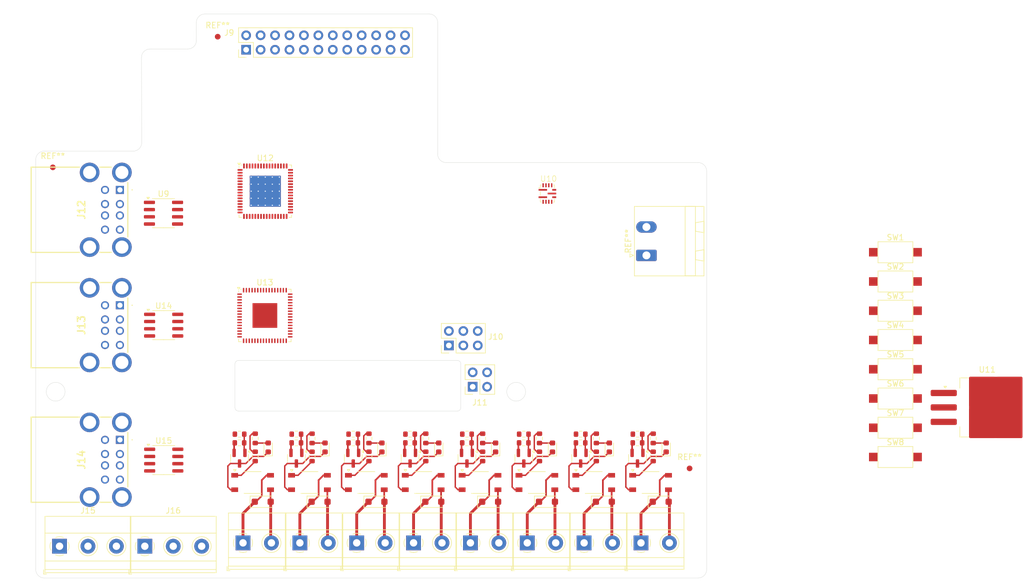
<source format=kicad_pcb>
(kicad_pcb (version 20240108) (generator "pcbnew") (generator_version "8.0")
  (layers (0 "F.Cu" signal) (1 "In1.Cu" signal) (2 "In2.Cu" signal) (31 "B.Cu" signal) (34 "B.Paste" user) (35 "F.Paste" user) (36 "B.SilkS" user "B.Silkscreen") (37 "F.SilkS" user "F.Silkscreen") (38 "B.Mask" user) (39 "F.Mask" user) (44 "Edge.Cuts" user))
  (net 0 "")
  (net 1 "/D1")
  (net 2 "/D5")
  (net 3 "/D4")
  (net 4 "/D21")
  (net 5 "Net-(D1-K)")
  (net 6 "/D22")
  (net 7 "/D20")
  (net 8 "Net-(D1-A)")
  (net 9 "/D11")
  (net 10 "/D7")
  (net 11 "/D6")
  (net 12 "/D23")
  (net 13 "/D8")
  (net 14 "/D10")
  (net 15 "/D2")
  (net 16 "/D9")
  (net 17 "/D3")
  (net 18 "/D13")
  (net 19 "/D18")
  (net 20 "/D19")
  (net 21 "/D12")
  (net 22 "/D0")
  (net 23 "Net-(D3-K)")
  (net 24 "Net-(D3-A)")
  (net 25 "Net-(D6-A1)")
  (net 26 "Net-(D6-A2)")
  (net 27 "Net-(D8-A1)")
  (net 28 "Net-(D8-A2)")
  (net 29 "Net-(D9-A)")
  (net 30 "Net-(D9-K)")
  (net 31 "Net-(D11-A)")
  (net 32 "Net-(D11-K)")
  (net 33 "Net-(D14-A1)")
  (net 34 "Net-(D14-A2)")
  (net 35 "Net-(D16-A2)")
  (net 36 "Net-(D16-A1)")
  (net 37 "GND")
  (net 38 "+5V")
  (net 39 "/SCK")
  (net 40 "/MISO")
  (net 41 "/MOSI")
  (net 42 "/RESET")
  (net 43 "Net-(Q1-B)")
  (net 44 "Net-(Q2-B)")
  (net 45 "Net-(Q3-B)")
  (net 46 "Net-(Q4-B)")
  (net 47 "Net-(Q5-B)")
  (net 48 "Net-(Q6-B)")
  (net 49 "Net-(Q7-B)")
  (net 50 "Net-(Q8-B)")
  (net 51 "Net-(R1-Pad1)")
  (net 52 "/OUT1")
  (net 53 "Net-(R5-Pad1)")
  (net 54 "/OUT2")
  (net 55 "/OUT3")
  (net 56 "/OUT4")
  (net 57 "Net-(R17-Pad1)")
  (net 58 "Net-(R21-Pad1)")
  (net 59 "/OUT5")
  (net 60 "/OUT6")
  (net 61 "/OUT7")
  (net 62 "/OUT8")
  (net 63 "Net-(D2-A2)")
  (net 64 "Net-(D2-A1)")
  (net 65 "Net-(D4-A1)")
  (net 66 "Net-(D4-A2)")
  (net 67 "Net-(D5-A)")
  (net 68 "Net-(D5-K)")
  (net 69 "Net-(D7-K)")
  (net 70 "Net-(D7-A)")
  (net 71 "Net-(D10-A1)")
  (net 72 "Net-(D10-A2)")
  (net 73 "Net-(D12-A2)")
  (net 74 "Net-(D12-A1)")
  (net 75 "Net-(D13-K)")
  (net 76 "Net-(D13-A)")
  (net 77 "Net-(D15-K)")
  (net 78 "Net-(D15-A)")
  (net 79 "Net-(R9-Pad1)")
  (net 80 "Net-(R13-Pad1)")
  (net 81 "Net-(R25-Pad1)")
  (net 82 "Net-(R29-Pad1)")
  (net 83 "/VBUS1")
  (net 84 "/D1-")
  (net 85 "/D2+")
  (net 86 "/D2-")
  (net 87 "/VBUS2")
  (net 88 "/D1+")
  (footprint "Resistor_SMD:R_0603_1608Metric" (layer "F.Cu") (at 98.6 94.715 90)
    (property "Reference" "R6" (hide yes))
    (property "Value" "4k7")
  )
  (footprint "Diode_SMD:D_SOD-123F" (layer "F.Cu") (at 129.920001 105.87)
    (property "Reference" "D10" (hide yes))
    (property "Value" "SMF48CA")
  )
  (footprint "TerminalBlock_Phoenix:TerminalBlock_Phoenix_MKDS-1,5-2_1x02_P5.00mm_Horizontal" (layer "F.Cu") (at 156.45 113.11)
    (property "Reference" "J8" (hide yes))
    (property "Value" "Screw_Terminal_01x02")
  )
  (footprint "TerminalBlock_Phoenix:TerminalBlock_Phoenix_MKDS-1,5-2_1x02_P5.00mm_Horizontal" (layer "F.Cu") (at 96.45 113.11)
    (property "Reference" "J2" (hide yes))
    (property "Value" "Screw_Terminal_01x02")
  )
  (footprint "Package_SO:SOIC-8_3.9x4.9mm_P1.27mm" (layer "F.Cu") (at 72.465 55.075)
    (property "Reference" "U9")
    (property "Value" "MIC2026-1xM")
  )
  (footprint "LED_SMD:LED_0603_1608Metric" (layer "F.Cu") (at 160.88 96.31 90)
    (property "Reference" "D15" (hide yes))
    (property "Value" "LED")
  )
  (footprint "Resistor_SMD:R_0603_1608Metric" (layer "F.Cu") (at 148.6 94.715 90)
    (property "Reference" "R26" (hide yes))
    (property "Value" "4k7")
  )
  (footprint "LED_SMD:LED_0603_1608Metric" (layer "F.Cu") (at 100.88 96.31 90)
    (property "Reference" "D3" (hide yes))
    (property "Value" "LED")
  )
  (footprint "TerminalBlock_Phoenix:TerminalBlock_Phoenix_MKDS-1,5-2_1x02_P5.00mm_Horizontal" (layer "F.Cu") (at 146.45 113.11)
    (property "Reference" "J7" (hide yes))
    (property "Value" "Screw_Terminal_01x02")
  )
  (footprint "Package_SO:MFSOP6-4_4.4x3.6mm_P1.27mm" (layer "F.Cu") (at 88.14 102.48)
    (property "Reference" "U1" (hide yes))
    (property "Value" "TLP175A")
  )
  (footprint "Resistor_SMD:R_0603_1608Metric" (layer "F.Cu") (at 105.845 93.97)
    (property "Reference" "R11" (hide yes))
    (property "Value" "4k7")
  )
  (footprint "Fiducial:Fiducial_1mm_Mask2mm" (layer "F.Cu") (at 165 100)
    (property "Reference" "REF**")
    (property "Value" "Fiducial_1mm_Mask2mm")
  )
  (footprint "Button_Switch_SMD:SW_SPST_CK_RS282G05A3" (layer "F.Cu") (at 201.205 61.945)
    (property "Reference" "SW1")
    (property "Value" "SW_SPST")
  )
  (footprint "Resistor_SMD:R_0603_1608Metric" (layer "F.Cu") (at 118.6 94.715 90)
    (property "Reference" "R14" (hide yes))
    (property "Value" "4k7")
  )
  (footprint "Resistor_SMD:R_0603_1608Metric" (layer "F.Cu") (at 135.845 93.97)
    (property "Reference" "R23" (hide yes))
    (property "Value" "4k7")
  )
  (footprint "Resistor_SMD:R_0603_1608Metric" (layer "F.Cu") (at 95.845 93.97)
    (property "Reference" "R7" (hide yes))
    (property "Value" "4k7")
  )
  (footprint "Resistor_SMD:R_0603_1608Metric" (layer "F.Cu") (at 85.830001 95.499999 180)
    (property "Reference" "R4" (hide yes))
    (property "Value" "10k")
  )
  (footprint "TerminalBlock_Phoenix:TerminalBlock_Phoenix_MKDS-1,5-3_1x03_P5.00mm_Horizontal" (layer "F.Cu") (at 54.18 113.7)
    (property "Reference" "J15")
    (property "Value" "Screw_Terminal_01x03")
  )
  (footprint "Resistor_SMD:R_0603_1608Metric" (layer "F.Cu") (at 158.6 94.715 90)
    (property "Reference" "R30" (hide yes))
    (property "Value" "4k7")
  )
  (footprint "Resistor_SMD:R_0603_1608Metric" (layer "F.Cu") (at 125.830001 95.499999 180)
    (property "Reference" "R20" (hide yes))
    (property "Value" "10k")
  )
  (footprint "Resistor_SMD:R_0603_1608Metric" (layer "F.Cu") (at 108.6 94.715 90)
    (property "Reference" "R10" (hide yes))
    (property "Value" "4k7")
  )
  (footprint "Package_TO_SOT_SMD:SOT-23" (layer "F.Cu") (at 105.84 98.202499 -90)
    (property "Reference" "Q3" (hide yes))
    (property "Value" "BC817")
  )
  (footprint "Resistor_SMD:R_0603_1608Metric" (layer "F.Cu") (at 148.6 97.89 90)
    (property "Reference" "R25" (hide yes))
    (property "Value" "1k")
  )
  (footprint "TerminalBlock_Phoenix:TerminalBlock_Phoenix_MKDS-1,5-2_1x02_P5.00mm_Horizontal" (layer "F.Cu") (at 116.45 113.11)
    (property "Reference" "J4" (hide yes))
    (property "Value" "Screw_Terminal_01x02")
  )
  (footprint "Package_SO:SOIC-8_3.9x4.9mm_P1.27mm" (layer "F.Cu") (at 72.51 98.535)
    (property "Reference" "U15")
    (property "Value" "MIC2026-1xM")
  )
  (footprint "Diode_SMD:D_SOD-123F" (layer "F.Cu") (at 149.920001 105.87)
    (property "Reference" "D14" (hide yes))
    (property "Value" "SMF48CA")
  )
  (footprint "Resistor_SMD:R_0603_1608Metric" (layer "F.Cu") (at 125.845 93.97)
    (property "Reference" "R19" (hide yes))
    (property "Value" "4k7")
  )
  (footprint "Diode_SMD:D_SOD-123F" (layer "F.Cu") (at 139.920001 105.87)
    (property "Reference" "D12" (hide yes))
    (property "Value" "SMF48CA")
  )
  (footprint "Package_SO:MFSOP6-4_4.4x3.6mm_P1.27mm" (layer "F.Cu") (at 158.14 102.48)
    (property "Reference" "U8" (hide yes))
    (property "Value" "TLP175A")
  )
  (footprint "SamacSys_Parts:USB1035GFP0BB" (layer "F.Cu") (at 64.8 94.97 -90)
    (property "Reference" "J14")
    (property "Value" "USB1035-GF-P-0-B-B" (hide yes))
  )
  (footprint "Resistor_SMD:R_0603_1608Metric" (layer "F.Cu") (at 95.830001 95.499999 180)
    (property "Reference" "R8" (hide yes))
    (property "Value" "10k")
  )
  (footprint "Button_Switch_SMD:SW_SPST_CK_RS282G05A3" (layer "F.Cu") (at 201.205 82.545)
    (property "Reference" "SW5")
    (property "Value" "SW_SPST")
  )
  (footprint "TerminalBlock_Phoenix:TerminalBlock_Phoenix_MKDS-1,5-2_1x02_P5.00mm_Horizontal" (layer "F.Cu") (at 136.45 113.11)
    (property "Reference" "J6" (hide yes))
    (property "Value" "Screw_Terminal_01x02")
  )
  (footprint "Connector_PinHeader_2.54mm:PinHeader_2x12_P2.54mm_Vertical" (layer "F.Cu") (at 87.005 26.297 90)
    (property "Reference" "J9")
    (property "Value" "GPIO_header")
  )
  (footprint "Package_TO_SOT_SMD:SOT-23" (layer "F.Cu") (at 155.84 98.202499 -90)
    (property "Reference" "Q8" (hide yes))
    (property "Value" "BC817")
  )
  (footprint "Resistor_SMD:R_0603_1608Metric" (layer "F.Cu") (at 108.6 97.89 90)
    (property "Reference" "R9" (hide yes))
    (property "Value" "1k")
  )
  (footprint "Package_TO_SOT_SMD:SOT-23" (layer "F.Cu") (at 145.84 98.202499 -90)
    (property "Reference" "Q7" (hide yes))
    (property "Value" "BC817")
  )
  (footprint "Package_TO_SOT_SMD:SOT-23" (layer "F.Cu") (at 135.84 98.202499 -90)
    (property "Reference" "Q6" (hide yes))
    (property "Value" "BC817")
  )
  (footprint "LED_SMD:LED_0603_1608Metric" (layer "F.Cu") (at 130.88 96.31 90)
    (property "Reference" "D9" (hide yes))
    (property "Value" "LED")
  )
  (footprint "Resistor_SMD:R_0603_1608Metric" (layer "F.Cu") (at 155.830001 95.499999 180)
    (property "Reference" "R32" (hide yes))
    (property "Value" "10k")
  )
  (footprint "Package_TO_SOT_SMD:SOT-23" (layer "F.Cu") (at 125.84 98.202499 -90)
    (property "Reference" "Q5" (hide yes))
    (property "Value" "BC817")
  )
  (footprint "HK:QFN-13_HK" (layer "F.Cu") (at 139.99 51.61)
    (property "Reference" "U10")
    (property "Value" "MP2491C")
  )
  (footprint "Resistor_SMD:R_0603_1608Metric" (layer "F.Cu") (at 145.830001 95.499999 180)
    (property "Reference" "R28" (hide yes))
    (property "Value" "10k")
  )
  (footprint "Button_Switch_SMD:SW_SPST_CK_RS282G05A3" (layer "F.Cu") (at 201.205 67.095)
    (property "Reference" "SW2")
    (property "Value" "SW_SPST")
  )
  (footprint "SamacSys_Parts:USB1035GFP0BB" (layer "F.Cu") (at 64.8 71.28 -90)
    (property "Reference" "J13")
    (property "Value" "USB1035-GF-P-0-B-B" (hide yes))
  )
  (footprint "Package_TO_SOT_SMD:SOT-23" (layer "F.Cu") (at 115.84 98.202499 -90)
    (property "Reference" "Q4" (hide yes))
    (property "Value" "BC817")
  )
  (footprint "Resistor_SMD:R_0603_1608Metric" (layer "F.Cu") (at 128.6 97.89 90)
    (property "Reference" "R17" (hide yes))
    (property "Value" "1k")
  )
  (footprint "TerminalBlock_Phoenix:TerminalBlock_Phoenix_MKDS-1,5-3_1x03_P5.00mm_Horizontal" (layer "F.Cu") (at 69.18 113.7)
    (property "Reference" "J16")
    (property "Value" "Screw_Terminal_01x03")
  )
  (footprint "Package_DFN_QFN:QFN-64-1EP_9x9mm_P0.5mm_EP5.45x5.45mm_ThermalVias" (layer "F.Cu") (at 90.37 51.2025)
    (property "Reference" "U12")
    (property "Value" "USB2517I-JZX")
  )
  (footprint "Resistor_SMD:R_0603_1608Metric" (layer "F.Cu") (at 88.6 94.715 90)
    (property "Reference" "R2" (hide yes))
    (property "Value" "4k7")
  )
  (footprint "Fiducial:Fiducial_1mm_Mask2mm" (layer "F.Cu") (at 53 47)
    (property "Reference" "REF**")
    (property "Value" "Fiducial_1mm_Mask2mm")
  )
  (footprint "LED_SMD:LED_0603_1608Metric" (layer "F.Cu") (at 110.88 96.31 90)
    (property "Reference" "D5" (hide yes))
    (property "Value" "LED")
  )
  (footprint "Resistor_SMD:R_0603_1608Metric" (layer "F.Cu") (at 98.6 97.89 90)
    (property "Reference" "R5" (hide yes))
    (property "Value" "1k")
  )
  (footprint "Package_SO:MFSOP6-4_4.4x3.6mm_P1.27mm" (layer "F.Cu") (at 98.14 102.48)
    (property "Reference" "U2" (hide yes))
    (property "Value" "TLP175A")
  )
  (footprint "Resistor_SMD:R_0603_1608Metric" (layer "F.Cu") (at 138.6 94.715 90)
    (property "Reference" "R22" (hide yes))
    (property "Value" "4k7")
  )
  (footprint "TerminalBlock_Phoenix:TerminalBlock_Phoenix_MKDS-1,5-2_1x02_P5.00mm_Horizontal" (layer "F.Cu") (at 126.45 113.11)
    (property "Reference" "J5" (hide yes))
    (property "Value" "Screw_Terminal_01x02")
  )
  (footprint "LED_SMD:LED_0603_1608Metric" (layer "F.Cu") (at 140.88 96.31 90)
    (property "Reference" "D11" (hide yes))
    (property "Value" "LED")
  )
  (footprint "Diode_SMD:D_SOD-123F" (layer "F.Cu") (at 119.920001 105.87)
    (property "Reference" "D8" (hide yes))
    (property "Value" "SMF48CA")
  )
  (footprint "Package_SO:MFSOP6-4_4.4x3.6mm_P1.27mm" (layer "F.Cu") (at 138.14 102.48)
    (property "Reference" "U6" (hide yes))
    (property "Value" "TLP175A")
  )
  (footprint "Package_SO:SOIC-8_3.9x4.9mm_P1.27mm" (layer "F.Cu") (at 72.5 74.78)
    (property "Reference" "U14")
    (property "Value" "MIC2026-1xM")
  )
  (footprint "Diode_SMD:D_SOD-123F" (layer "F.Cu") (at 109.920001 105.87)
    (property "Reference" "D6" (hide yes))
    (property "Value" "SMF48CA")
  )
  (footprint "Button_Switch_SMD:SW_SPST_CK_RS282G05A3" (layer "F.Cu") (at 201.205 87.695)
    (property "Reference" "SW6")
    (property "Value" "SW_SPST")
  )
  (footprint "Diode_SMD:D_SOD-123F" (layer "F.Cu") (at 159.920001 105.87)
    (property "Reference" "D16" (hide yes))
    (property "Value" "SMF48CA")
  )
  (footprint "Package_TO_SOT_SMD:TO-263-3_TabPin2" (layer "F.Cu") (at 217.355 89.265)
    (property "Reference" "U11")
    (property "Value" "LT1086-3.3")
  )
  (footprint "Resistor_SMD:R_0603_1608Metric" (layer "F.Cu") (at 155.845 93.97)
    (property "Reference" "R31" (hide yes))
    (property "Value" "4k7")
  )
  (footprint "Resistor_SMD:R_0603_1608Metric" (layer "F.Cu") (at 118.6 97.89 90)
    (property "Reference" "R13" (hide yes))
    (property "Value" "1k")
  )
  (footprint "Resistor_SMD:R_0603_1608Metric" (layer "F.Cu") (at 145.845 93.97)
    (property "Reference" "R27" (hide yes))
    (property "Value" "4k7")
  )
  (footprint "Diode_SMD:D_SOD-123F" (layer "F.Cu") (at 99.920001 105.87)
    (property "Reference" "D4" (hide yes))
    (property "Value" "SMF48CA")
  )
  (footprint "SamacSys_Parts:USB1035GFP0BB" (layer "F.Cu") (at 64.8 50.97 -90)
    (property "Reference" "J12")
    (property "Value" "USB1035-GF-P-0-B-B" (hide yes))
  )
  (footprint "Package_SO:MFSOP6-4_4.4x3.6mm_P1.27mm" (layer "F.Cu") (at 108.14 102.48)
    (property "Reference" "U3" (hide yes))
    (property "Value" "TLP175A")
  )
  (footprint "Package_TO_SOT_SMD:SOT-23" (layer "F.Cu") (at 95.84 98.202499 -90)
    (property "Reference" "Q2" (hide yes))
    (property "Value" "BC817")
  )
  (footprint "Connector_PinSocket_2.54mm:PinSocket_2x02_P2.54mm_Vertical" (layer "F.Cu") (at 126.849996 85.629995 180)
    (property "Reference" "J11")
    (property "Value" "Power_socket")
  )
  (footprint "Button_Switch_SMD:SW_SPST_CK_RS282G05A3" (layer "F.Cu") (at 201.205 72.245)
    (property "Reference" "SW3")
    (property "Value" "SW_SPST")
  )
  (footprint "Resistor_SMD:R_0603_1608Metric" (layer "F.Cu") (at 158.6 97.89 90)
    (property "Reference" "R29" (hide yes))
    (property "Value" "1k")
  )
  (footprint "Package_SO:MFSOP6-4_4.4x3.6mm_P1.27mm" (layer "F.Cu") (at 118.14 102.48)
    (property "Reference" "U4" (hide yes))
    (property "Value" "TLP175A")
  )
  (footprint "Resistor_SMD:R_0603_1608Metric" (layer "F.Cu") (at 105.830001 95.499999 180)
    (property "Reference" "R12" (hide yes))
    (property "Value" "10k")
  )
  (footprint "Package_SO:MFSOP6-4_4.4x3.6mm_P1.27mm" (layer "F.Cu") (at 148.14 102.48)
    (property "Reference" "U7" (hide yes))
    (property "Value" "TLP175A")
  )
  (footprint "LED_SMD:LED_0603_1608Metric" (layer "F.Cu") (at 90.88 96.31 90)
    (property "Reference" "D1" (hide yes))
    (property "Value" "LED")
  )
  (footprint "Resistor_SMD:R_0603_1608Metric" (layer "F.Cu") (at 138.6 97.89 90)
    (property "Reference" "R21" (hide yes))
    (property "Value" "1k")
  )
  (footprint "Resistor_SMD:R_0603_1608Metric" (layer "F.Cu") (at 135.830001 95.499999 180)
    (property "Reference" "R24" (hide yes))
    (property "Value" "10k")
  )
  (footprint "Package_SO:MFSOP6-4_4.4x3.6mm_P1.27mm" (layer "F.Cu") (at 128.14 102.48)
    (property "Reference" "U5" (hide yes))
    (property "Value" "TLP175A")
  )
  (footprint "Package_TO_SOT_SMD:SOT-23" (layer "F.Cu") (at 85.84 98.202499 -90)
    (property "Reference" "Q1" (hide yes))
    (property "Value" "BC817")
  )
  (footprint "TerminalBlock_Phoenix:TerminalBlock_Phoenix_MKDS-1,5-2_1x02_P5.00mm_Horizontal" (layer "F.Cu") (at 86.45 113.11)
    (property "Reference" "J1" (hide yes))
    (property "Value" "Screw_Terminal_01x02")
  )
  (footprint "LED_SMD:LED_0603_1608Metric" (layer "F.Cu") (at 120.88 96.31 90)
    (property "Reference" "D7" (hide yes))
    (property "Value" "LED")
  )
  (footprint "Resistor_SMD:R_0603_1608Metric" (layer "F.Cu") (at 88.6 97.89 90)
    (property "Reference" "R1" (hide yes))
    (property "Value" "1k")
  )
  (footprint "Package_DFN_QFN:QFN-64-1EP_9x9mm_P0.5mm_EP4.35x4.35mm" (layer "F.Cu") (at 90.3 73.08)
    (property "Reference" "U13")
    (property "Value" "FT2232HQ")
  )
  (footprint "Connector_PinHeader_2.54mm:PinHeader_2x03_P2.54mm_Vertical" (layer "F.Cu") (at 122.661 78.356 90)
    (property "Reference" "J10")
    (property "Value" "SPI_header")
  )
  (footprint "Resistor_SMD:R_0603_1608Metric" (layer "F.Cu") (at 115.845 93.97)
    (property "Reference" "R15" (hide yes))
    (property "Value" "4k7")
  )
  (footprint "Resistor_SMD:R_0603_1608Metric" (layer "F.Cu") (at 128.6 94.715 90)
    (property "Reference" "R18" (hide yes))
    (property "Value" "4k7")
  )
  (footprint "LED_SMD:LED_0603_1608Metric" (layer "F.Cu") (at 150.88 96.31 90)
    (property "Reference" "D13" (hide yes))
    (property "Value" "LED")
  )
  (footprint "Button_Switch_SMD:SW_SPST_CK_RS282G05A3" (layer "F.Cu") (at 201.205 97.995)
    (property "Reference" "SW8")
    (property "Value" "SW_SPST")
  )
  (footprint "Resistor_SMD:R_0603_1608Metric" (layer "F.Cu") (at 85.845 93.97)
    (property "Reference" "R3" (hide yes))
    (property "Value" "4k7")
  )
  (footprint "Fiducial:Fiducial_1mm_Mask2mm" (layer "F.Cu") (at 82 24)
    (property "Reference" "REF**")
    (property "Value" "Fiducial_1mm_Mask2mm")
  )
  (footprint "Button_Switch_SMD:SW_SPST_CK_RS282G05A3" (layer "F.Cu") (at 201.205 92.845)
    (property "Reference" "SW7")
    (property "Value" "SW_SPST")
  )
  (footprint "Button_Switch_SMD:SW_SPST_CK_RS282G05A3" (layer "F.Cu") (at 201.205 77.395)
    (property "Reference" "SW4")
    (property "Value" "SW_SPST")
  )
  (footprint "Resistor_SMD:R_0603_1608Metric" (layer "F.Cu") (at 115.830001 95.499999 180)
    (property "Reference" "R16" (hide yes))
    (property "Value" "10k")
  )
  (footprint "Connector_Phoenix_MSTB:PhoenixContact_MSTBA_2,5_2-G_1x02_P5.00mm_Horizontal" (layer "F.Cu") (at 157.4125 62.5 90)
    (property "Reference" "REF**")
    (property "Value" "PhoenixContact_MSTBA_2,5_2-G_1x02_P5.00mm_Horizontal")
  )
  (footprint "TerminalBlock_Phoenix:TerminalBlock_Phoenix_MKDS-1,5-2_1x02_P5.00mm_Horizontal" (layer "F.Cu") (at 106.45 113.11)
    (property "Reference" "J3" (hide yes))
    (property "Value" "Screw_Terminal_01x02")
  )
  (footprint "Diode_SMD:D_SOD-123F" (layer "F.Cu") (at 89.920001 105.87)
    (property "Reference" "D2" (hide yes))
    (property "Value" "SMF48CA")
  )
  (gr_curve (pts (xy 124.125002 80.982534) (xy 124.295394 80.982534) (xy 124.458806 81.050222) (xy 124.579291 81.170707)) (stroke (width 0.05)) (layer "Edge.Cuts"))
  (gr_line (start 124.767464 81.624996) (end 124.767464 89.274996) (stroke (width 0.05)) (layer "Edge.Cuts"))
  (gr_curve (pts (xy 167.999973 117.794783) (xy 167.999973 118.62321) (xy 167.3284 119.294783) (xy 166.499973 119.294784)) (stroke (width 0.05)) (layer "Edge.Cuts"))
  (gr_curve (pts (xy 120.688496 21.499985) (xy 120.714147 29.195404) (xy 120.692616 36.967429) (xy 120.689896 44.663068)) (stroke (width 0.05)) (layer "Edge.Cuts"))
  (gr_curve (pts (xy 132.85 86.499995) (xy 132.85 85.588795) (xy 133.5887 84.849995) (xy 134.5 84.849995)) (stroke (width 0.05)) (layer "Edge.Cuts"))
  (gr_curve (pts (xy 85.220704 81.170707) (xy 85.341189 81.050222) (xy 85.504601 80.982534) (xy 85.674993 80.982534)) (stroke (width 0.05)) (layer "Edge.Cuts"))
  (gr_curve (pts (xy 124.579291 89.729285) (xy 124.458806 89.84977) (xy 124.295394 89.917458) (xy 124.125002 89.917458)) (stroke (width 0.05)) (layer "Edge.Cuts"))
  (gr_curve (pts (xy 69.029393 26.607383) (xy 69.310123 26.325974) (xy 69.691281 26.167824) (xy 70.088772 26.167824)) (stroke (width 0.05)) (layer "Edge.Cuts"))
  (gr_curve (pts (xy 136.15 86.499995) (xy 136.15 87.411295) (xy 135.4113 88.149995) (xy 134.5 88.149995)) (stroke (width 0.05)) (layer "Edge.Cuts"))
  (gr_line (start 166.499973 119.294784) (end 51.500003 119.294865) (stroke (width 0.05)) (layer "Edge.Cuts"))
  (gr_line (start 85.674993 80.982534) (end 124.125002 80.982534) (stroke (width 0.05)) (layer "Edge.Cuts"))
  (gr_line (start 167.999973 47.66295) (end 167.999973 117.794783) (stroke (width 0.05)) (layer "Edge.Cuts"))
  (gr_curve (pts (xy 53.5 84.849995) (xy 54.4113 84.849995) (xy 55.15 85.588795) (xy 55.15 86.499995)) (stroke (width 0.05)) (layer "Edge.Cuts"))
  (gr_line (start 85.032531 89.274996) (end 85.032531 81.624996) (stroke (width 0.05)) (layer "Edge.Cuts"))
  (gr_curve (pts (xy 120.689896 44.663068) (xy 120.689596 45.491476) (xy 121.361194 46.163032) (xy 122.189621 46.16303)) (stroke (width 0.05)) (layer "Edge.Cuts"))
  (gr_curve (pts (xy 68.592395 27.66782) (xy 68.591435 27.27033) (xy 68.748664 26.888791) (xy 69.029393 26.607383)) (stroke (width 0.05)) (layer "Edge.Cuts"))
  (gr_curve (pts (xy 119.182876 19.999996) (xy 120.011303 19.999996) (xy 120.685734 20.671563) (xy 120.688496 21.499985)) (stroke (width 0.05)) (layer "Edge.Cuts"))
  (gr_curve (pts (xy 76.746064 26.167824) (xy 77.57473 26.167824) (xy 78.246726 25.496491) (xy 78.247543 24.667825)) (stroke (width 0.05)) (layer "Edge.Cuts"))
  (gr_line (start 124.125002 89.917458) (end 85.674993 89.917458) (stroke (width 0.05)) (layer "Edge.Cuts"))
  (gr_curve (pts (xy 134.5 84.849995) (xy 135.4113 84.849995) (xy 136.15 85.588795) (xy 136.15 86.499995)) (stroke (width 0.05)) (layer "Edge.Cuts"))
  (gr_curve (pts (xy 50 45.638829) (xy 50 45.241064) (xy 50.158056 44.8596) (xy 50.439379 44.578398)) (stroke (width 0.05)) (layer "Edge.Cuts"))
  (gr_curve (pts (xy 68.191535 43.707101) (xy 68.472283 43.425796) (xy 68.629533 43.044324) (xy 68.628573 42.646893)) (stroke (width 0.05)) (layer "Edge.Cuts"))
  (gr_curve (pts (xy 124.767464 89.274996) (xy 124.767464 89.445387) (xy 124.699776 89.6088) (xy 124.579291 89.729285)) (stroke (width 0.05)) (layer "Edge.Cuts"))
  (gr_curve (pts (xy 134.5 88.149995) (xy 133.5887 88.149995) (xy 132.85 87.411295) (xy 132.85 86.499995)) (stroke (width 0.05)) (layer "Edge.Cuts"))
  (gr_line (start 79.752142 19.999996) (end 119.182876 19.999996) (stroke (width 0.05)) (layer "Edge.Cuts"))
  (gr_curve (pts (xy 50.439379 44.578398) (xy 50.720702 44.297197) (xy 51.102235 44.139306) (xy 51.5 44.139478)) (stroke (width 0.05)) (layer "Edge.Cuts"))
  (gr_line (start 122.189621 46.16303) (end 166.499973 46.162953) (stroke (width 0.05)) (layer "Edge.Cuts"))
  (gr_curve (pts (xy 167.560633 46.602291) (xy 167.841938 46.883595) (xy 167.999973 47.265126) (xy 167.999973 47.66295)) (stroke (width 0.05)) (layer "Edge.Cuts"))
  (gr_line (start 68.628573 42.646893) (end 68.592395 27.66782) (stroke (width 0.05)) (layer "Edge.Cuts"))
  (gr_curve (pts (xy 50.439343 118.855526) (xy 50.158038 118.574221) (xy 50.000003 118.192691) (xy 50.000003 117.794866)) (stroke (width 0.05)) (layer "Edge.Cuts"))
  (gr_curve (pts (xy 51.85 86.499995) (xy 51.85 85.588795) (xy 52.5887 84.849995) (xy 53.5 84.849995)) (stroke (width 0.05)) (layer "Edge.Cuts"))
  (gr_curve (pts (xy 78.250663 21.499995) (xy 78.25148 20.671329) (xy 78.923476 19.999996) (xy 79.752142 19.999996)) (stroke (width 0.05)) (layer "Edge.Cuts"))
  (gr_curve (pts (xy 124.579291 81.170707) (xy 124.699776 81.291192) (xy 124.767464 81.454604) (xy 124.767464 81.624996)) (stroke (width 0.05)) (layer "Edge.Cuts"))
  (gr_curve (pts (xy 53.5 88.149995) (xy 52.5887 88.149995) (xy 51.85 87.411295) (xy 51.85 86.499995)) (stroke (width 0.05)) (layer "Edge.Cuts"))
  (gr_curve (pts (xy 85.032531 81.624996) (xy 85.032531 81.454604) (xy 85.100219 81.291192) (xy 85.220704 81.170707)) (stroke (width 0.05)) (layer "Edge.Cuts"))
  (gr_curve (pts (xy 166.499973 46.162953) (xy 166.897797 46.162952) (xy 167.279328 46.320987) (xy 167.560633 46.602291)) (stroke (width 0.05)) (layer "Edge.Cuts"))
  (gr_line (start 70.088772 26.167824) (end 76.746064 26.167824) (stroke (width 0.05)) (layer "Edge.Cuts"))
  (gr_line (start 78.247543 24.667825) (end 78.250663 21.499995) (stroke (width 0.05)) (layer "Edge.Cuts"))
  (gr_line (start 50 117.794866) (end 50 45.638829) (stroke (width 0.05)) (layer "Edge.Cuts"))
  (gr_curve (pts (xy 67.132196 44.14624) (xy 67.529627 44.146412) (xy 67.910787 43.988406) (xy 68.191535 43.707101)) (stroke (width 0.05)) (layer "Edge.Cuts"))
  (gr_curve (pts (xy 51.500003 119.294865) (xy 51.102178 119.294865) (xy 50.720647 119.13683) (xy 50.439343 118.855526)) (stroke (width 0.05)) (layer "Edge.Cuts"))
  (gr_curve (pts (xy 85.220704 89.729285) (xy 85.100219 89.6088) (xy 85.032531 89.445387) (xy 85.032531 89.274996)) (stroke (width 0.05)) (layer "Edge.Cuts"))
  (gr_curve (pts (xy 85.674993 89.917458) (xy 85.504601 89.917458) (xy 85.341189 89.84977) (xy 85.220704 89.729285)) (stroke (width 0.05)) (layer "Edge.Cuts"))
  (gr_curve (pts (xy 55.15 86.499995) (xy 55.15 87.411295) (xy 54.4113 88.149995) (xy 53.5 88.149995)) (stroke (width 0.05)) (layer "Edge.Cuts"))
  (gr_line (start 51.5 44.139478) (end 67.132196 44.14624) (stroke (width 0.05)) (layer "Edge.Cuts"))
  (segment (start 83.79 103.28) (end 84.26 103.75) (width 0.25) (layer "F.Cu") (net 5))
  (segment (start 84.26 103.75) (end 84.99 103.75) (width 0.25) (layer "F.Cu") (net 5))
  (segment (start 85.84 99.14) (end 86.951996 99.14) (width 0.25) (layer "F.Cu") (net 5))
  (segment (start 85.84 99.14) (end 84.23 99.14) (width 0.25) (layer "F.Cu") (net 5))
  (segment (start 88.201996 97.89) (end 90.087501 97.89) (width 0.25) (layer "F.Cu") (net 5))
  (segment (start 83.79 99.58) (end 83.79 103.28) (width 0.25) (layer "F.Cu") (net 5))
  (segment (start 90.087501 97.89) (end 90.88 97.097501) (width 0.25) (layer "F.Cu") (net 5))
  (segment (start 86.951996 99.14) (end 88.201996 97.89) (width 0.25) (layer "F.Cu") (net 5))
  (segment (start 84.23 99.14) (end 83.79 99.58) (width 0.25) (layer "F.Cu") (net 5))
  (segment (start 88.6 95.54) (end 90.862499 95.54) (width 0.25) (layer "F.Cu") (net 8))
  (segment (start 90.862499 95.54) (end 90.88 95.522499) (width 0.25) (layer "F.Cu") (net 8))
  (segment (start 95.84 99.14) (end 96.951996 99.14) (width 0.25) (layer "F.Cu") (net 23))
  (segment (start 98.201996 97.89) (end 100.087501 97.89) (width 0.25) (layer "F.Cu") (net 23))
  (segment (start 93.79 103.28) (end 94.26 103.75) (width 0.25) (layer "F.Cu") (net 23))
  (segment (start 95.84 99.14) (end 94.23 99.14) (width 0.25) (layer "F.Cu") (net 23))
  (segment (start 96.951996 99.14) (end 98.201996 97.89) (width 0.25) (layer "F.Cu") (net 23))
  (segment (start 93.79 99.58) (end 93.79 103.28) (width 0.25) (layer "F.Cu") (net 23))
  (segment (start 94.26 103.75) (end 94.99 103.75) (width 0.25) (layer "F.Cu") (net 23))
  (segment (start 100.087501 97.89) (end 100.88 97.097501) (width 0.25) (layer "F.Cu") (net 23))
  (segment (start 94.23 99.14) (end 93.79 99.58) (width 0.25) (layer "F.Cu") (net 23))
  (segment (start 100.862499 95.54) (end 100.88 95.522499) (width 0.25) (layer "F.Cu") (net 24))
  (segment (start 98.6 95.54) (end 100.862499 95.54) (width 0.25) (layer "F.Cu") (net 24))
  (segment (start 108.71 105.87) (end 109.75 104.83) (width 0.3) (layer "F.Cu") (net 25))
  (segment (start 106.45 107.940002) (end 108.520002 105.87) (width 0.5) (layer "F.Cu") (net 25))
  (segment (start 109.75 104.83) (end 109.75 102.07) (width 0.3) (layer "F.Cu") (net 25))
  (segment (start 109.75 102.07) (end 110.61 101.21) (width 0.3) (layer "F.Cu") (net 25))
  (segment (start 110.61 101.21) (end 111.29 101.21) (width 0.3) (layer "F.Cu") (net 25))
  (segment (start 106.45 113.11) (end 106.45 107.940002) (width 0.5) (layer "F.Cu") (net 25))
  (segment (start 108.520002 105.87) (end 108.71 105.87) (width 0.3) (layer "F.Cu") (net 25))
  (segment (start 111.32 112.98) (end 111.45 113.11) (width 0.5) (layer "F.Cu") (net 26))
  (segment (start 111.29 105.84) (end 111.32 105.87) (width 0.3) (layer "F.Cu") (net 26))
  (segment (start 111.32 105.87) (end 111.32 112.98) (width 0.5) (layer "F.Cu") (net 26))
  (segment (start 111.29 103.75) (end 111.29 105.84) (width 0.3) (layer "F.Cu") (net 26))
  (segment (start 119.75 104.83) (end 119.75 102.07) (width 0.3) (layer "F.Cu") (net 27))
  (segment (start 118.520002 105.87) (end 118.71 105.87) (width 0.3) (layer "F.Cu") (net 27))
  (segment (start 116.45 113.11) (end 116.45 107.940002) (width 0.5) (layer "F.Cu") (net 27))
  (segment (start 118.71 105.87) (end 119.75 104.83) (width 0.3) (layer "F.Cu") (net 27))
  (segment (start 120.61 101.21) (end 121.29 101.21) (width 0.3) (layer "F.Cu") (net 27))
  (segment (start 119.75 102.07) (end 120.61 101.21) (width 0.3) (layer "F.Cu") (net 27))
  (segment (start 116.45 107.940002) (end 118.520002 105.87) (width 0.5) (layer "F.Cu") (net 27))
  (segment (start 121.32 105.87) (end 121.32 112.98) (width 0.5) (layer "F.Cu") (net 28))
  (segment (start 121.32 112.98) (end 121.45 113.11) (width 0.5) (layer "F.Cu") (net 28))
  (segment (start 121.29 103.75) (end 121.29 105.84) (width 0.3) (layer "F.Cu") (net 28))
  (segment (start 121.29 105.84) (end 121.32 105.87) (width 0.3) (layer "F.Cu") (net 28))
  (segment (start 128.6 95.54) (end 130.862499 95.54) (width 0.25) (layer "F.Cu") (net 29))
  (segment (start 130.862499 95.54) (end 130.88 95.522499) (width 0.25) (layer "F.Cu") (net 29))
  (segment (start 123.79 103.28) (end 124.26 103.75) (width 0.25) (layer "F.Cu") (net 30))
  (segment (start 123.79 99.58) (end 123.79 103.28) (width 0.25) (layer "F.Cu") (net 30))
  (segment (start 124.26 103.75) (end 124.99 103.75) (width 0.25) (layer "F.Cu") (net 30))
  (segment (start 125.84 99.14) (end 126.951996 99.14) (width 0.25) (layer "F.Cu") (net 30))
  (segment (start 125.84 99.14) (end 124.23 99.14) (width 0.25) (layer "F.Cu") (net 30))
  (segment (start 124.23 99.14) (end 123.79 99.58) (width 0.25) (layer "F.Cu") (net 30))
  (segment (start 126.951996 99.14) (end 128.201996 97.89) (width 0.25) (layer "F.Cu") (net 30))
  (segment (start 128.201996 97.89) (end 130.087501 97.89) (width 0.25) (layer "F.Cu") (net 30))
  (segment (start 130.087501 97.89) (end 130.88 97.097501) (width 0.25) (layer "F.Cu") (net 30))
  (segment (start 140.862499 95.54) (end 140.88 95.522499) (width 0.25) (layer "F.Cu") (net 31))
  (segment (start 138.6 95.54) (end 140.862499 95.54) (width 0.25) (layer "F.Cu") (net 31))
  (segment (start 140.087501 97.89) (end 140.88 97.097501) (width 0.25) (layer "F.Cu") (net 32))
  (segment (start 138.201996 97.89) (end 140.087501 97.89) (width 0.25) (layer "F.Cu") (net 32))
  (segment (start 135.84 99.14) (end 134.23 99.14) (width 0.25) (layer "F.Cu") (net 32))
  (segment (start 135.84 99.14) (end 136.951996 99.14) (width 0.25) (layer "F.Cu") (net 32))
  (segment (start 134.26 103.75) (end 134.99 103.75) (width 0.25) (layer "F.Cu") (net 32))
  (segment (start 134.23 99.14) (end 133.79 99.58) (width 0.25) (layer "F.Cu") (net 32))
  (segment (start 133.79 99.58) (end 133.79 103.28) (width 0.25) (layer "F.Cu") (net 32))
  (segment (start 133.79 103.28) (end 134.26 103.75) (width 0.25) (layer "F.Cu") (net 32))
  (segment (start 136.951996 99.14) (end 138.201996 97.89) (width 0.25) (layer "F.Cu") (net 32))
  (segment (start 149.75 104.83) (end 149.75 102.07) (width 0.3) (layer "F.Cu") (net 33))
  (segment (start 148.520002 105.87) (end 148.71 105.87) (width 0.3) (layer "F.Cu") (net 33))
  (segment (start 146.45 107.940002) (end 148.520002 105.87) (width 0.5) (layer "F.Cu") (net 33))
  (segment (start 150.61 101.21) (end 151.29 101.21) (width 0.3) (layer "F.Cu") (net 33))
  (segment (start 149.75 102.07) (end 150.61 101.21) (width 0.3) (layer "F.Cu") (net 33))
  (segment (start 146.45 113.11) (end 146.45 107.940002) (width 0.5) (layer "F.Cu") (net 33))
  (segment (start 148.71 105.87) (end 149.75 104.83) (width 0.3) (layer "F.Cu") (net 33))
  (segment (start 151.32 112.98) (end 151.45 113.11) (width 0.5) (layer "F.Cu") (net 34))
  (segment (start 151.32 105.87) (end 151.32 112.98) (width 0.5) (layer "F.Cu") (net 34))
  (segment (start 151.29 103.75) (end 151.29 105.84) (width 0.3) (layer "F.Cu") (net 34))
  (segment (start 151.29 105.84) (end 151.32 105.87) (width 0.3) (layer "F.Cu") (net 34))
  (segment (start 161.45 113.11) (end 161.45 106) (width 0.5) (layer "F.Cu") (net 35))
  (segment (start 161.29 103.75) (end 161.29 105.84) (width 0.3) (layer "F.Cu") (net 35))
  (segment (start 161.45 106) (end 161.32 105.87) (width 0.5) (layer "F.Cu") (net 35))
  (segment (start 161.29 105.84) (end 161.32 105.87) (width 0.3) (layer "F.Cu") (net 35))
  (segment (start 156.45 113.11) (end 156.45 107.940002) (width 0.5) (layer "F.Cu") (net 36))
  (segment (start 160.61 101.21) (end 161.29 101.21) (width 0.3) (layer "F.Cu") (net 36))
  (segment (start 159.75 102.07) (end 160.61 101.21) (width 0.3) (layer "F.Cu") (net 36))
  (segment (start 158.71 105.87) (end 159.75 104.83) (width 0.3) (layer "F.Cu") (net 36))
  (segment (start 159.75 104.83) (end 159.75 102.07) (width 0.3) (layer "F.Cu") (net 36))
  (segment (start 158.520002 105.87) (end 158.71 105.87) (width 0.3) (layer "F.Cu") (net 36))
  (segment (start 156.45 107.940002) (end 158.520002 105.87) (width 0.5) (layer "F.Cu") (net 36))
  (segment (start 105.005001 95.499999) (end 104.89 95.615) (width 0.3) (layer "F.Cu") (net 37))
  (segment (start 145.005001 95.499999) (end 144.89 95.615) (width 0.3) (layer "F.Cu") (net 37))
  (segment (start 134.89 95.615) (end 134.89 97.264999) (width 0.3) (layer "F.Cu") (net 37))
  (segment (start 124.89 95.615) (end 124.89 97.264999) (width 0.3) (layer "F.Cu") (net 37))
  (segment (start 125.005001 95.499999) (end 124.89 95.615) (width 0.3) (layer "F.Cu") (net 37))
  (segment (start 135.005001 95.499999) (end 134.89 95.615) (width 0.3) (layer "F.Cu") (net 37))
  (segment (start 85.005001 95.499999) (end 84.89 95.615) (width 0.3) (layer "F.Cu") (net 37))
  (segment (start 155.005001 95.499999) (end 154.89 95.615) (width 0.3) (layer "F.Cu") (net 37))
  (segment (start 95.005001 95.499999) (end 94.89 95.615) (width 0.3) (layer "F.Cu") (net 37))
  (segment (start 94.89 95.615) (end 94.89 97.264999) (width 0.3) (layer "F.Cu") (net 37))
  (segment (start 84.89 95.615) (end 84.89 97.264999) (width 0.3) (layer "F.Cu") (net 37))
  (segment (start 104.89 95.615) (end 104.89 97.264999) (width 0.3) (layer "F.Cu") (net 37))
  (segment (start 115.005001 95.499999) (end 114.89 95.615) (width 0.3) (layer "F.Cu") (net 37))
  (segment (start 144.89 95.615) (end 144.89 97.264999) (width 0.3) (layer "F.Cu") (net 37))
  (segment (start 114.89 95.615) (end 114.89 97.264999) (width 0.3) (layer "F.Cu") (net 37))
  (segment (start 154.89 95.615) (end 154.89 97.264999) (width 0.3) (layer "F.Cu") (net 37))
  (segment (start 127.69 94.28) (end 127.69 96.62) (width 0.25) (layer "F.Cu") (net 38))
  (segment (start 88.08 93.89) (end 87.69 94.28) (width 0.25) (layer "F.Cu") (net 38))
  (segment (start 98.6 93.89) (end 98.08 93.89) (width 0.25) (layer "F.Cu") (net 38))
  (segment (start 137.69 96.62) (end 138.135 97.065) (width 0.25) (layer "F.Cu") (net 38))
  (segment (start 138.135 97.065) (end 138.6 97.065) (width 0.25) (layer "F.Cu") (net 38))
  (segment (start 128.135 97.065) (end 128.6 97.065) (width 0.25) (layer "F.Cu") (net 38))
  (segment (start 158.08 93.89) (end 157.69 94.28) (width 0.25) (layer "F.Cu") (net 38))
  (segment (start 117.69 96.62) (end 118.135 97.065) (width 0.25) (layer "F.Cu") (net 38))
  (segment (start 157.69 96.62) (end 158.135 97.065) (width 0.25) (layer "F.Cu") (net 38))
  (segment (start 87.69 96.62) (end 88.135 97.065) (width 0.25) (layer "F.Cu") (net 38))
  (segment (start 97.69 94.28) (end 97.69 96.62) (width 0.25) (layer "F.Cu") (net 38))
  (segment (start 108.6 93.89) (end 108.08 93.89) (width 0.25) (layer "F.Cu") (net 38))
  (segment (start 98.08 93.89) (end 97.69 94.28) (width 0.25) (layer "F.Cu") (net 38))
  (segment (start 118.6 93.89) (end 118.08 93.89) (width 0.25) (layer "F.Cu") (net 38))
  (segment (start 118.135 97.065) (end 118.6 97.065) (width 0.25) (layer "F.Cu") (net 38))
  (segment (start 107.69 96.62) (end 108.135 97.065) (width 0.25) (layer "F.Cu") (net 38))
  (segment (start 137.69 94.28) (end 137.69 96.62) (width 0.25) (layer "F.Cu") (net 38))
  (segment (start 107.69 94.28) (end 107.69 96.62) (width 0.25) (layer "F.Cu") (net 38))
  (segment (start 117.69 94.28) (end 117.69 96.62) (width 0.25) (layer "F.Cu") (net 38))
  (segment (start 138.6 93.89) (end 138.08 93.89) (width 0.25) (layer "F.Cu") (net 38))
  (segment (start 88.6 93.89) (end 88.08 93.89) (width 0.25) (layer "F.Cu") (net 38))
  (segment (start 158.135 97.065) (end 158.6 97.065) (width 0.25) (layer "F.Cu") (net 38))
  (segment (start 108.135 97.065) (end 108.6 97.065) (width 0.25) (layer "F.Cu") (net 38))
  (segment (start 147.69 96.62) (end 148.135 97.065) (width 0.25) (layer "F.Cu") (net 38))
  (segment (start 128.08 93.89) (end 127.69 94.28) (width 0.25) (layer "F.Cu") (net 38))
  (segment (start 148.6 93.89) (end 148.08 93.89) (width 0.25) (layer "F.Cu") (net 38))
  (segment (start 87.69 94.28) (end 87.69 96.62) (width 0.25) (layer "F.Cu") (net 38))
  (segment (start 108.08 93.89) (end 107.69 94.28) (width 0.25) (layer "F.Cu") (net 38))
  (segment (start 158.6 93.89) (end 158.08 93.89) (width 0.25) (layer "F.Cu") (net 38))
  (segment (start 118.08 93.89) (end 117.69 94.28) (width 0.25) (layer "F.Cu") (net 38))
  (segment (start 97.69 96.62) (end 98.135 97.065) (width 0.25) (layer "F.Cu") (net 38))
  (segment (start 148.135 97.065) (end 148.6 97.065) (width 0.25) (layer "F.Cu") (net 38))
  (segment (start 148.08 93.89) (end 147.69 94.28) (width 0.25) (layer "F.Cu") (net 38))
  (segment (start 127.69 96.62) (end 128.135 97.065) (width 0.25) (layer "F.Cu") (net 38))
  (segment (start 138.08 93.89) (end 137.69 94.28) (width 0.25) (layer "F.Cu") (net 38))
  (segment (start 157.69 94.28) (end 157.69 96.62) (width 0.25) (layer "F.Cu") (net 38))
  (segment (start 147.69 94.28) (end 147.69 96.62) (width 0.25) (layer "F.Cu") (net 38))
  (segment (start 128.6 93.89) (end 128.08 93.89) (width 0.25) (layer "F.Cu") (net 38))
  (segment (start 88.135 97.065) (end 88.6 97.065) (width 0.25) (layer "F.Cu") (net 38))
  (segment (start 98.135 97.065) (end 98.6 97.065) (width 0.25) (layer "F.Cu") (net 38))
  (segment (start 86.67 95.485) (end 86.655001 95.499999) (width 0.25) (layer "F.Cu") (net 43))
  (segment (start 86.79 97.264999) (end 86.655001 97.13) (width 0.25) (layer "F.Cu") (net 43))
  (segment (start 86.67 93.97) (end 86.67 95.485) (width 0.25) (layer "F.Cu") (net 43))
  (segment (start 86.655001 97.13) (end 86.655001 95.499999) (width 0.25) (layer "F.Cu") (net 43))
  (segment (start 96.67 93.97) (end 96.67 95.485) (width 0.25) (layer "F.Cu") (net 44))
  (segment (start 96.67 95.485) (end 96.655001 95.499999) (width 0.25) (layer "F.Cu") (net 44))
  (segment (start 96.655001 97.13) (end 96.655001 95.499999) (width 0.25) (layer "F.Cu") (net 44))
  (segment (start 96.79 97.264999) (end 96.655001 97.13) (width 0.25) (layer "F.Cu") (net 44))
  (segment (start 106.67 95.485) (end 106.655001 95.499999) (width 0.25) (layer "F.Cu") (net 45))
  (segment (start 106.79 97.264999) (end 106.655001 97.13) (width 0.25) (layer "F.Cu") (net 45))
  (segment (start 106.67 93.97) (end 106.67 95.485) (width 0.25) (layer "F.Cu") (net 45))
  (segment (start 106.655001 97.13) (end 106.655001 95.499999) (width 0.25) (layer "F.Cu") (net 45))
  (segment (start 116.67 93.97) (end 116.67 95.485) (width 0.25) (layer "F.Cu") (net 46))
  (segment (start 116.67 95.485) (end 116.655001 95.499999) (width 0.25) (layer "F.Cu") (net 46))
  (segment (start 116.655001 97.13) (end 116.655001 95.499999) (width 0.25) (layer "F.Cu") (net 46))
  (segment (start 116.79 97.264999) (end 116.655001 97.13) (width 0.25) (layer "F.Cu") (net 46))
  (segment (start 126.67 95.485) (end 126.655001 95.499999) (width 0.25) (layer "F.Cu") (net 47))
  (segment (start 126.655001 97.13) (end 126.655001 95.499999) (width 0.25) (layer "F.Cu") (net 47))
  (segment (start 126.79 97.264999) (end 126.655001 97.13) (width 0.25) (layer "F.Cu") (net 47))
  (segment (start 126.67 93.97) (end 126.67 95.485) (width 0.25) (layer "F.Cu") (net 47))
  (segment (start 136.655001 97.13) (end 136.655001 95.499999) (width 0.25) (layer "F.Cu") (net 48))
  (segment (start 136.67 95.485) (end 136.655001 95.499999) (width 0.25) (layer "F.Cu") (net 48))
  (segment (start 136.79 97.264999) (end 136.655001 97.13) (width 0.25) (layer "F.Cu") (net 48))
  (segment (start 136.67 93.97) (end 136.67 95.485) (width 0.25) (layer "F.Cu") (net 48))
  (segment (start 146.79 97.264999) (end 146.655001 97.13) (width 0.25) (layer "F.Cu") (net 49))
  (segment (start 146.655001 97.13) (end 146.655001 95.499999) (width 0.25) (layer "F.Cu") (net 49))
  (segment (start 146.67 95.485) (end 146.655001 95.499999) (width 0.25) (layer "F.Cu") (net 49))
  (segment (start 146.67 93.97) (end 146.67 95.485) (width 0.25) (layer "F.Cu") (net 49))
  (segment (start 156.655001 97.13) (end 156.655001 95.499999) (width 0.25) (layer "F.Cu") (net 50))
  (segment (start 156.67 93.97) (end 156.67 95.485) (width 0.25) (layer "F.Cu") (net 50))
  (segment (start 156.79 97.264999) (end 156.655001 97.13) (width 0.25) (layer "F.Cu") (net 50))
  (segment (start 156.67 95.485) (end 156.655001 95.499999) (width 0.25) (layer "F.Cu") (net 50))
  (segment (start 88.6 98.75) (end 86.14 101.21) (width 0.25) (layer "F.Cu") (net 51))
  (segment (start 88.6 98.715) (end 88.6 98.75) (width 0.25) (layer "F.Cu") (net 51))
  (segment (start 86.14 101.21) (end 84.99 101.21) (width 0.25) (layer "F.Cu") (net 51))
  (segment (start 96.14 101.21) (end 94.99 101.21) (width 0.25) (layer "F.Cu") (net 53))
  (segment (start 98.6 98.75) (end 96.14 101.21) (width 0.25) (layer "F.Cu") (net 53))
  (segment (start 98.6 98.715) (end 98.6 98.75) (width 0.25) (layer "F.Cu") (net 53))
  (segment (start 126.14 101.21) (end 124.99 101.21) (width 0.25) (layer "F.Cu") (net 57))
  (segment (start 128.6 98.75) (end 126.14 101.21) (width 0.25) (layer "F.Cu") (net 57))
  (segment (start 128.6 98.715) (end 128.6 98.75) (width 0.25) (layer "F.Cu") (net 57))
  (segment (start 136.14 101.21) (end 134.99 101.21) (width 0.25) (layer "F.Cu") (net 58))
  (segment (start 138.6 98.75) (end 136.14 101.21) (width 0.25) (layer "F.Cu") (net 58))
  (segment (start 138.6 98.715) (end 138.6 98.75) (width 0.25) (layer "F.Cu") (net 58))
  (segment (start 91.32 112.98) (end 91.45 113.11) (width 0.5) (layer "F.Cu") (net 63))
  (segment (start 91.32 105.87) (end 91.32 112.98) (width 0.5) (layer "F.Cu") (net 63))
  (segment (start 91.29 105.84) (end 91.32 105.87) (width 0.3) (layer "F.Cu") (net 63))
  (segment (start 91.29 103.75) (end 91.29 105.84) (width 0.3) (layer "F.Cu") (net 63))
  (segment (start 86.45 113.11) (end 86.45 107.940002) (width 0.5) (layer "F.Cu") (net 64))
  (segment (start 88.520002 105.87) (end 88.71 105.87) (width 0.3) (layer "F.Cu") (net 64))
  (segment (start 88.71 105.87) (end 89.75 104.83) (width 0.3) (layer "F.Cu") (net 64))
  (segment (start 89.75 102.07) (end 90.61 101.21) (width 0.3) (layer "F.Cu") (net 64))
  (segment (start 89.75 104.83) (end 89.75 102.07) (width 0.3) (layer "F.Cu") (net 64))
  (segment (start 90.61 101.21) (end 91.29 101.21) (width 0.3) (layer "F.Cu") (net 64))
  (segment (start 86.45 107.940002) (end 88.520002 105.87) (width 0.5) (layer "F.Cu") (net 64))
  (segment (start 100.61 101.21) (end 101.29 101.21) (width 0.3) (layer "F.Cu") (net 65))
  (segment (start 99.75 102.07) (end 100.61 101.21) (width 0.3) (layer "F.Cu") (net 65))
  (segment (start 96.45 113.11) (end 96.45 107.940002) (width 0.5) (layer "F.Cu") (net 65))
  (segment (start 98.520002 105.87) (end 98.71 105.87) (width 0.3) (layer "F.Cu") (net 65))
  (segment (start 99.75 104.83) (end 99.75 102.07) (width 0.3) (layer "F.Cu") (net 65))
  (segment (start 98.71 105.87) (end 99.75 104.83) (width 0.3) (layer "F.Cu") (net 65))
  (segment (start 96.45 107.940002) (end 98.520002 105.87) (width 0.5) (layer "F.Cu") (net 65))
  (segment (start 101.29 105.84) (end 101.32 105.87) (width 0.3) (layer "F.Cu") (net 66))
  (segment (start 101.32 112.98) (end 101.45 113.11) (width 0.5) (layer "F.Cu") (net 66))
  (segment (start 101.32 105.87) (end 101.32 112.98) (width 0.5) (layer "F.Cu") (net 66))
  (segment (start 101.29 103.75) (end 101.29 105.84) (width 0.3) (layer "F.Cu") (net 66))
  (segment (start 110.862499 95.54) (end 110.88 95.522499) (width 0.25) (layer "F.Cu") (net 67))
  (segment (start 108.6 95.54) (end 110.862499 95.54) (width 0.25) (layer "F.Cu") (net 67))
  (segment (start 104.26 103.75) (end 104.99 103.75) (width 0.25) (layer "F.Cu") (net 68))
  (segment (start 108.201996 97.89) (end 110.087501 97.89) (width 0.25) (layer "F.Cu") (net 68))
  (segment (start 104.23 99.14) (end 103.79 99.58) (width 0.25) (layer "F.Cu") (net 68))
  (segment (start 106.951996 99.14) (end 108.201996 97.89) (width 0.25) (layer "F.Cu") (net 68))
  (segment (start 110.087501 97.89) (end 110.88 97.097501) (width 0.25) (layer "F.Cu") (net 68))
  (segment (start 105.84 99.14) (end 106.951996 99.14) (width 0.25) (layer "F.Cu") (net 68))
  (segment (start 103.79 99.58) (end 103.79 103.28) (width 0.25) (layer "F.Cu") (net 68))
  (segment (start 105.84 99.14) (end 104.23 99.14) (width 0.25) (layer "F.Cu") (net 68))
  (segment (start 103.79 103.28) (end 104.26 103.75) (width 0.25) (layer "F.Cu") (net 68))
  (segment (start 116.951996 99.14) (end 118.201996 97.89) (width 0.25) (layer "F.Cu") (net 69))
  (segment (start 118.201996 97.89) (end 120.087501 97.89) (width 0.25) (layer "F.Cu") (net 69))
  (segment (start 115.84 99.14) (end 116.951996 99.14) (width 0.25) (layer "F.Cu") (net 69))
  (segment (start 113.79 103.28) (end 114.26 103.75) (width 0.25) (layer "F.Cu") (net 69))
  (segment (start 114.23 99.14) (end 113.79 99.58) (width 0.25) (layer "F.Cu") (net 69))
  (segment (start 114.26 103.75) (end 114.99 103.75) (width 0.25) (layer "F.Cu") (net 69))
  (segment (start 113.79 99.58) (end 113.79 103.28) (width 0.25) (layer "F.Cu") (net 69))
  (segment (start 115.84 99.14) (end 114.23 99.14) (width 0.25) (layer "F.Cu") (net 69))
  (segment (start 120.087501 97.89) (end 120.88 97.097501) (width 0.25) (layer "F.Cu") (net 69))
  (segment (start 120.862499 95.54) (end 120.88 95.522499) (width 0.25) (layer "F.Cu") (net 70))
  (segment (start 118.6 95.54) (end 120.862499 95.54) (width 0.25) (layer "F.Cu") (net 70))
  (segment (start 126.45 107.940002) (end 128.520002 105.87) (width 0.5) (layer "F.Cu") (net 71))
  (segment (start 128.520002 105.87) (end 128.71 105.87) (width 0.3) (layer "F.Cu") (net 71))
  (segment (start 129.75 104.83) (end 129.75 102.07) (width 0.3) (layer "F.Cu") (net 71))
  (segment (start 128.71 105.87) (end 129.75 104.83) (width 0.3) (layer "F.Cu") (net 71))
  (segment (start 126.45 113.11) (end 126.45 107.940002) (width 0.5) (layer "F.Cu") (net 71))
  (segment (start 129.75 102.07) (end 130.61 101.21) (width 0.3) (layer "F.Cu") (net 71))
  (segment (start 130.61 101.21) (end 131.29 101.21) (width 0.3) (layer "F.Cu") (net 71))
  (segment (start 131.29 103.75) (end 131.29 105.84) (width 0.3) (layer "F.Cu") (net 72))
  (segment (start 131.32 112.98) (end 131.45 113.11) (width 0.5) (layer "F.Cu") (net 72))
  (segment (start 131.32 105.87) (end 131.32 112.98) (width 0.5) (layer "F.Cu") (net 72))
  (segment (start 131.29 105.84) (end 131.32 105.87) (width 0.3) (layer "F.Cu") (net 72))
  (segment (start 141.29 105.84) (end 141.32 105.87) (width 0.3) (layer "F.Cu") (net 73))
  (segment (start 141.29 103.75) (end 141.29 105.84) (width 0.3) (layer "F.Cu") (net 73))
  (segment (start 141.32 112.98) (end 141.45 113.11) (width 0.5) (layer "F.Cu") (net 73))
  (segment (start 141.32 105.87) (end 141.32 112.98) (width 0.5) (layer "F.Cu") (net 73))
  (segment (start 136.45 107.940002) (end 138.520002 105.87) (width 0.5) (layer "F.Cu") (net 74))
  (segment (start 136.45 113.11) (end 136.45 107.940002) (width 0.5) (layer "F.Cu") (net 74))
  (segment (start 138.520002 105.87) (end 138.71 105.87) (width 0.3) (layer "F.Cu") (net 74))
  (segment (start 138.71 105.87) (end 139.75 104.83) (width 0.3) (layer "F.Cu") (net 74))
  (segment (start 139.75 102.07) (end 140.61 101.21) (width 0.3) (layer "F.Cu") (net 74))
  (segment (start 139.75 104.83) (end 139.75 102.07) (width 0.3) (layer "F.Cu") (net 74))
  (segment (start 140.61 101.21) (end 141.29 101.21) (width 0.3) (layer "F.Cu") (net 74))
  (segment (start 145.84 99.14) (end 144.23 99.14) (width 0.25) (layer "F.Cu") (net 75))
  (segment (start 145.84 99.14) (end 146.951996 99.14) (width 0.25) (layer "F.Cu") (net 75))
  (segment (start 144.26 103.75) (end 144.99 103.75) (width 0.25) (layer "F.Cu") (net 75))
  (segment (start 143.79 99.58) (end 143.79 103.28) (width 0.25) (layer "F.Cu") (net 75))
  (segment (start 146.951996 99.14) (end 148.201996 97.89) (width 0.25) (layer "F.Cu") (net 75))
  (segment (start 144.23 99.14) (end 143.79 99.58) (width 0.25) (layer "F.Cu") (net 75))
  (segment (start 148.201996 97.89) (end 150.087501 97.89) (width 0.25) (layer "F.Cu") (net 75))
  (segment (start 143.79 103.28) (end 144.26 103.75) (width 0.25) (layer "F.Cu") (net 75))
  (segment (start 150.087501 97.89) (end 150.88 97.097501) (width 0.25) (layer "F.Cu") (net 75))
  (segment (start 148.6 95.54) (end 150.862499 95.54) (width 0.25) (layer "F.Cu") (net 76))
  (segment (start 150.862499 95.54) (end 150.88 95.522499) (width 0.25) (layer "F.Cu") (net 76))
  (segment (start 158.201996 97.89) (end 160.087501 97.89) (width 0.25) (layer "F.Cu") (net 77))
  (segment (start 156.951996 99.14) (end 158.201996 97.89) (width 0.25) (layer "F.Cu") (net 77))
  (segment (start 153.79 99.58) (end 153.79 103.28) (width 0.25) (layer "F.Cu") (net 77))
  (segment (start 155.84 99.14) (end 154.23 99.14) (width 0.25) (layer "F.Cu") (net 77))
  (segment (start 160.087501 97.89) (end 160.88 97.097501) (width 0.25) (layer "F.Cu") (net 77))
  (segment (start 155.84 99.14) (end 156.951996 99.14) (width 0.25) (layer "F.Cu") (net 77))
  (segment (start 154.26 103.75) (end 154.99 103.75) (width 0.25) (layer "F.Cu") (net 77))
  (segment (start 154.23 99.14) (end 153.79 99.58) (width 0.25) (layer "F.Cu") (net 77))
  (segment (start 153.79 103.28) (end 154.26 103.75) (width 0.25) (layer "F.Cu") (net 77))
  (segment (start 160.862499 95.54) (end 160.88 95.522499) (width 0.25) (layer "F.Cu") (net 78))
  (segment (start 158.6 95.54) (end 160.862499 95.54) (width 0.25) (layer "F.Cu") (net 78))
  (segment (start 108.6 98.715) (end 108.6 98.75) (width 0.25) (layer "F.Cu") (net 79))
  (segment (start 108.6 98.75) (end 106.14 101.21) (width 0.25) (layer "F.Cu") (net 79))
  (segment (start 106.14 101.21) (end 104.99 101.21) (width 0.25) (layer "F.Cu") (net 79))
  (segment (start 118.6 98.715) (end 118.6 98.75) (width 0.25) (layer "F.Cu") (net 80))
  (segment (start 116.14 101.21) (end 114.99 101.21) (width 0.25) (layer "F.Cu") (net 80))
  (segment (start 118.6 98.75) (end 116.14 101.21) (width 0.25) (layer "F.Cu") (net 80))
  (segment (start 148.6 98.715) (end 148.6 98.75) (width 0.25) (layer "F.Cu") (net 81))
  (segment (start 146.14 101.21) (end 144.99 101.21) (width 0.25) (layer "F.Cu") (net 81))
  (segment (start 148.6 98.75) (end 146.14 101.21) (width 0.25) (layer "F.Cu") (net 81))
  (segment (start 158.6 98.715) (end 158.6 98.75) (width 0.25) (layer "F.Cu") (net 82))
  (segment (start 158.6 98.75) (end 156.14 101.21) (width 0.25) (layer "F.Cu") (net 82))
  (segment (start 156.14 101.21) (end 154.99 101.21) (width 0.25) (layer "F.Cu") (net 82))
)
</source>
